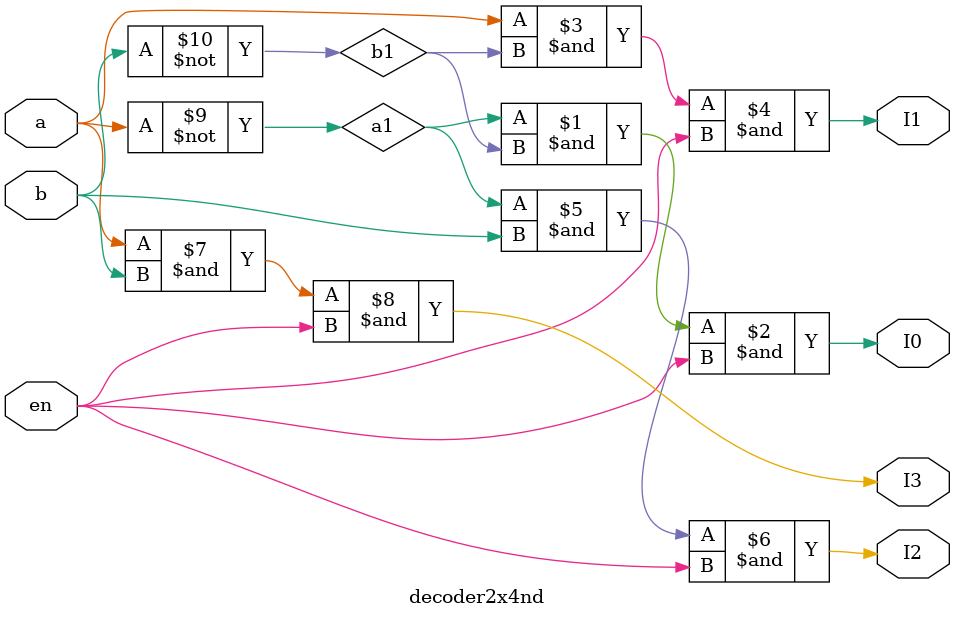
<source format=v>
`timescale 1ns / 1ps
module decoder2x4nd(
  input a,
    input b,
    input en,
    output I0,
    output I1,
    output I2,
    output I3
    );
	wire a1 , b1;
	not (a1 , a);
	not (b1 , b);
	and f0(I0 , a1 , b1 , en);
	and f1(I1 , a , b1 , en);
	and f2(I2 , a1 , b , en);
	and f3(I3 , a , b , en);


endmodule
</source>
